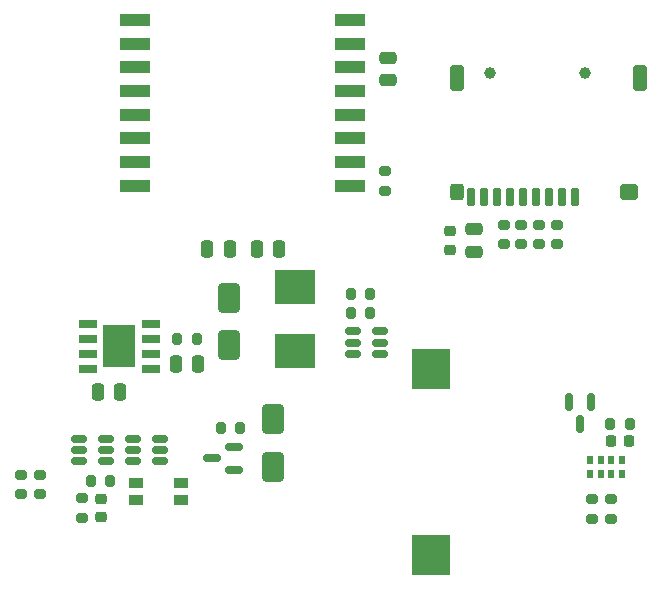
<source format=gbp>
G04 #@! TF.GenerationSoftware,KiCad,Pcbnew,7.0.5-7.0.5~ubuntu20.04.1*
G04 #@! TF.CreationDate,2023-10-16T22:49:32-03:00*
G04 #@! TF.ProjectId,Iguana_V1,49677561-6e61-45f5-9631-2e6b69636164,rev?*
G04 #@! TF.SameCoordinates,Original*
G04 #@! TF.FileFunction,Paste,Bot*
G04 #@! TF.FilePolarity,Positive*
%FSLAX46Y46*%
G04 Gerber Fmt 4.6, Leading zero omitted, Abs format (unit mm)*
G04 Created by KiCad (PCBNEW 7.0.5-7.0.5~ubuntu20.04.1) date 2023-10-16 22:49:32*
%MOMM*%
%LPD*%
G01*
G04 APERTURE LIST*
G04 Aperture macros list*
%AMRoundRect*
0 Rectangle with rounded corners*
0 $1 Rounding radius*
0 $2 $3 $4 $5 $6 $7 $8 $9 X,Y pos of 4 corners*
0 Add a 4 corners polygon primitive as box body*
4,1,4,$2,$3,$4,$5,$6,$7,$8,$9,$2,$3,0*
0 Add four circle primitives for the rounded corners*
1,1,$1+$1,$2,$3*
1,1,$1+$1,$4,$5*
1,1,$1+$1,$6,$7*
1,1,$1+$1,$8,$9*
0 Add four rect primitives between the rounded corners*
20,1,$1+$1,$2,$3,$4,$5,0*
20,1,$1+$1,$4,$5,$6,$7,0*
20,1,$1+$1,$6,$7,$8,$9,0*
20,1,$1+$1,$8,$9,$2,$3,0*%
G04 Aperture macros list end*
%ADD10RoundRect,0.200000X0.275000X-0.200000X0.275000X0.200000X-0.275000X0.200000X-0.275000X-0.200000X0*%
%ADD11RoundRect,0.200000X0.200000X0.275000X-0.200000X0.275000X-0.200000X-0.275000X0.200000X-0.275000X0*%
%ADD12C,1.000000*%
%ADD13RoundRect,0.175000X0.175000X0.625000X-0.175000X0.625000X-0.175000X-0.625000X0.175000X-0.625000X0*%
%ADD14RoundRect,0.300000X0.300000X0.800000X-0.300000X0.800000X-0.300000X-0.800000X0.300000X-0.800000X0*%
%ADD15RoundRect,0.300000X0.300000X0.400000X-0.300000X0.400000X-0.300000X-0.400000X0.300000X-0.400000X0*%
%ADD16RoundRect,0.350000X0.450000X0.350000X-0.450000X0.350000X-0.450000X-0.350000X0.450000X-0.350000X0*%
%ADD17RoundRect,0.200000X-0.275000X0.200000X-0.275000X-0.200000X0.275000X-0.200000X0.275000X0.200000X0*%
%ADD18R,1.500000X0.650000*%
%ADD19R,2.700000X3.600000*%
%ADD20RoundRect,0.200000X-0.200000X-0.275000X0.200000X-0.275000X0.200000X0.275000X-0.200000X0.275000X0*%
%ADD21RoundRect,0.225000X-0.225000X-0.250000X0.225000X-0.250000X0.225000X0.250000X-0.225000X0.250000X0*%
%ADD22RoundRect,0.225000X-0.250000X0.225000X-0.250000X-0.225000X0.250000X-0.225000X0.250000X0.225000X0*%
%ADD23R,2.500000X1.000000*%
%ADD24RoundRect,0.250000X-0.475000X0.250000X-0.475000X-0.250000X0.475000X-0.250000X0.475000X0.250000X0*%
%ADD25RoundRect,0.150000X0.512500X0.150000X-0.512500X0.150000X-0.512500X-0.150000X0.512500X-0.150000X0*%
%ADD26RoundRect,0.150000X-0.150000X0.587500X-0.150000X-0.587500X0.150000X-0.587500X0.150000X0.587500X0*%
%ADD27RoundRect,0.250000X0.650000X-1.000000X0.650000X1.000000X-0.650000X1.000000X-0.650000X-1.000000X0*%
%ADD28R,3.300000X3.500000*%
%ADD29R,1.250000X0.900000*%
%ADD30RoundRect,0.250000X-0.250000X-0.475000X0.250000X-0.475000X0.250000X0.475000X-0.250000X0.475000X0*%
%ADD31R,0.500000X0.800000*%
%ADD32RoundRect,0.250000X0.250000X0.475000X-0.250000X0.475000X-0.250000X-0.475000X0.250000X-0.475000X0*%
%ADD33RoundRect,0.150000X-0.512500X-0.150000X0.512500X-0.150000X0.512500X0.150000X-0.512500X0.150000X0*%
%ADD34RoundRect,0.250000X-0.650000X1.000000X-0.650000X-1.000000X0.650000X-1.000000X0.650000X1.000000X0*%
%ADD35R,3.500000X2.950000*%
%ADD36RoundRect,0.150000X0.587500X0.150000X-0.587500X0.150000X-0.587500X-0.150000X0.587500X-0.150000X0*%
G04 APERTURE END LIST*
D10*
X145120000Y-50965000D03*
X145120000Y-49315000D03*
X143620000Y-50965000D03*
X143620000Y-49315000D03*
D11*
X129325000Y-55200000D03*
X127675000Y-55200000D03*
D12*
X139500000Y-36500000D03*
X147480000Y-36500000D03*
D13*
X146680000Y-47000000D03*
X145580000Y-47000000D03*
X144480000Y-47000000D03*
X143380000Y-47000000D03*
X142280000Y-47000000D03*
X141180000Y-47000000D03*
X140080000Y-47000000D03*
X138980000Y-47000000D03*
X137880000Y-47000000D03*
D14*
X136680000Y-36900000D03*
D15*
X136680000Y-46500000D03*
D16*
X151280000Y-46500000D03*
D14*
X152180000Y-36900000D03*
D17*
X101400000Y-70475000D03*
X101400000Y-72125000D03*
D11*
X107325000Y-71000000D03*
X105675000Y-71000000D03*
D18*
X110800000Y-57695000D03*
X110800000Y-58965000D03*
X110800000Y-60235000D03*
X110800000Y-61505000D03*
X105400000Y-61505000D03*
X105400000Y-60235000D03*
X105400000Y-58965000D03*
X105400000Y-57695000D03*
D19*
X108100000Y-59600000D03*
D17*
X130600000Y-44775000D03*
X130600000Y-46425000D03*
D20*
X149675000Y-66150000D03*
X151325000Y-66150000D03*
D10*
X149700000Y-74225000D03*
X149700000Y-72575000D03*
D21*
X149725000Y-67650000D03*
X151275000Y-67650000D03*
D22*
X136120000Y-49865000D03*
X136120000Y-51415000D03*
D17*
X99800000Y-70475000D03*
X99800000Y-72125000D03*
D23*
X109400000Y-46000000D03*
X109400000Y-44000000D03*
X109400000Y-42000000D03*
X109400000Y-40000000D03*
X109400000Y-38000000D03*
X109400000Y-36000000D03*
X109400000Y-34000000D03*
X109400000Y-32000000D03*
X127600000Y-32000000D03*
X127600000Y-34000000D03*
X127600000Y-36000000D03*
X127600000Y-38000000D03*
X127600000Y-40000000D03*
X127600000Y-42000000D03*
X127600000Y-44000000D03*
X127600000Y-46000000D03*
D24*
X130800000Y-35200000D03*
X130800000Y-37100000D03*
D22*
X106500000Y-72525000D03*
X106500000Y-74075000D03*
D24*
X138120000Y-49690000D03*
X138120000Y-51590000D03*
D25*
X111500000Y-67450000D03*
X111500000Y-68400000D03*
X111500000Y-69350000D03*
X109225000Y-69350000D03*
X109225000Y-68400000D03*
X109225000Y-67450000D03*
D10*
X104900000Y-74125000D03*
X104900000Y-72475000D03*
X148100000Y-74225000D03*
X148100000Y-72575000D03*
D26*
X146150000Y-64312500D03*
X148050000Y-64312500D03*
X147100000Y-66187500D03*
D27*
X121062500Y-69800000D03*
X121062500Y-65800000D03*
D28*
X134500000Y-77300000D03*
X134500000Y-61500000D03*
D10*
X140620000Y-50965000D03*
X140620000Y-49315000D03*
D29*
X109475000Y-71150000D03*
X113325000Y-71150000D03*
X109475000Y-72650000D03*
X113325000Y-72650000D03*
D30*
X106250000Y-63435000D03*
X108150000Y-63435000D03*
D31*
X147950000Y-69250000D03*
X148850000Y-69250000D03*
X149750000Y-69250000D03*
X150650000Y-69250000D03*
X150650000Y-70450000D03*
X149750000Y-70450000D03*
X148850000Y-70450000D03*
X147950000Y-70450000D03*
D32*
X117450000Y-51400000D03*
X115550000Y-51400000D03*
D30*
X112850000Y-61100000D03*
X114750000Y-61100000D03*
D33*
X127862500Y-60250000D03*
X127862500Y-59300000D03*
X127862500Y-58350000D03*
X130137500Y-58350000D03*
X130137500Y-59300000D03*
X130137500Y-60250000D03*
D32*
X121650000Y-51400000D03*
X119750000Y-51400000D03*
D25*
X106937500Y-67450000D03*
X106937500Y-68400000D03*
X106937500Y-69350000D03*
X104662500Y-69350000D03*
X104662500Y-68400000D03*
X104662500Y-67450000D03*
D10*
X142120000Y-50965000D03*
X142120000Y-49315000D03*
D34*
X117400000Y-55500000D03*
X117400000Y-59500000D03*
D20*
X127700000Y-56800000D03*
X129350000Y-56800000D03*
D35*
X123000000Y-54575000D03*
X123000000Y-60025000D03*
D11*
X114625000Y-59000000D03*
X112975000Y-59000000D03*
X118325000Y-66500000D03*
X116675000Y-66500000D03*
D36*
X117837500Y-68150000D03*
X117837500Y-70050000D03*
X115962500Y-69100000D03*
M02*

</source>
